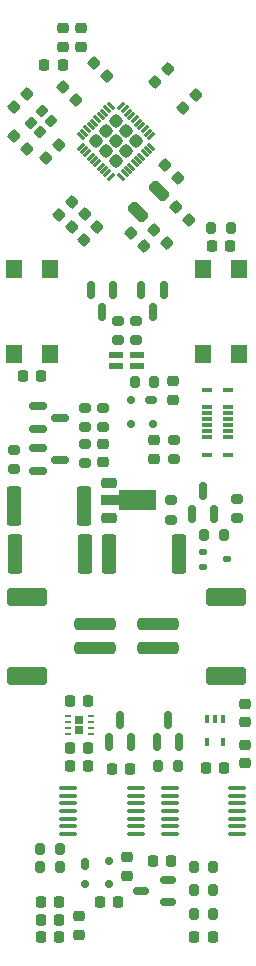
<source format=gtp>
%TF.GenerationSoftware,KiCad,Pcbnew,9.0.3-9.0.3-0~ubuntu24.04.1*%
%TF.CreationDate,2025-08-01T15:49:40+02:00*%
%TF.ProjectId,PHF000 - Node,50484630-3030-4202-9d20-4e6f64652e6b,rev?*%
%TF.SameCoordinates,Original*%
%TF.FileFunction,Paste,Top*%
%TF.FilePolarity,Positive*%
%FSLAX46Y46*%
G04 Gerber Fmt 4.6, Leading zero omitted, Abs format (unit mm)*
G04 Created by KiCad (PCBNEW 9.0.3-9.0.3-0~ubuntu24.04.1) date 2025-08-01 15:49:40*
%MOMM*%
%LPD*%
G01*
G04 APERTURE LIST*
G04 Aperture macros list*
%AMRoundRect*
0 Rectangle with rounded corners*
0 $1 Rounding radius*
0 $2 $3 $4 $5 $6 $7 $8 $9 X,Y pos of 4 corners*
0 Add a 4 corners polygon primitive as box body*
4,1,4,$2,$3,$4,$5,$6,$7,$8,$9,$2,$3,0*
0 Add four circle primitives for the rounded corners*
1,1,$1+$1,$2,$3*
1,1,$1+$1,$4,$5*
1,1,$1+$1,$6,$7*
1,1,$1+$1,$8,$9*
0 Add four rect primitives between the rounded corners*
20,1,$1+$1,$2,$3,$4,$5,0*
20,1,$1+$1,$4,$5,$6,$7,0*
20,1,$1+$1,$6,$7,$8,$9,0*
20,1,$1+$1,$8,$9,$2,$3,0*%
%AMFreePoly0*
4,1,9,3.862500,-0.866500,0.737500,-0.866500,0.737500,-0.450000,-0.737500,-0.450000,-0.737500,0.450000,0.737500,0.450000,0.737500,0.866500,3.862500,0.866500,3.862500,-0.866500,3.862500,-0.866500,$1*%
G04 Aperture macros list end*
%ADD10RoundRect,0.200000X-0.275000X0.200000X-0.275000X-0.200000X0.275000X-0.200000X0.275000X0.200000X0*%
%ADD11RoundRect,0.250000X-1.500000X0.250000X-1.500000X-0.250000X1.500000X-0.250000X1.500000X0.250000X0*%
%ADD12RoundRect,0.250001X-1.449999X0.499999X-1.449999X-0.499999X1.449999X-0.499999X1.449999X0.499999X0*%
%ADD13RoundRect,0.225000X0.225000X0.250000X-0.225000X0.250000X-0.225000X-0.250000X0.225000X-0.250000X0*%
%ADD14RoundRect,0.150000X0.150000X-0.587500X0.150000X0.587500X-0.150000X0.587500X-0.150000X-0.587500X0*%
%ADD15RoundRect,0.225000X0.335876X0.017678X0.017678X0.335876X-0.335876X-0.017678X-0.017678X-0.335876X0*%
%ADD16RoundRect,0.150000X-0.150000X0.587500X-0.150000X-0.587500X0.150000X-0.587500X0.150000X0.587500X0*%
%ADD17RoundRect,0.225000X-0.017678X0.335876X-0.335876X0.017678X0.017678X-0.335876X0.335876X-0.017678X0*%
%ADD18R,1.200000X0.600000*%
%ADD19RoundRect,0.250000X-0.362500X-1.425000X0.362500X-1.425000X0.362500X1.425000X-0.362500X1.425000X0*%
%ADD20RoundRect,0.225000X-0.225000X-0.250000X0.225000X-0.250000X0.225000X0.250000X-0.225000X0.250000X0*%
%ADD21RoundRect,0.150000X0.512500X0.150000X-0.512500X0.150000X-0.512500X-0.150000X0.512500X-0.150000X0*%
%ADD22RoundRect,0.200000X-0.035355X-0.318198X0.318198X0.035355X0.035355X0.318198X-0.318198X-0.035355X0*%
%ADD23RoundRect,0.225000X0.250000X-0.225000X0.250000X0.225000X-0.250000X0.225000X-0.250000X-0.225000X0*%
%ADD24RoundRect,0.250000X1.500000X-0.250000X1.500000X0.250000X-1.500000X0.250000X-1.500000X-0.250000X0*%
%ADD25RoundRect,0.250001X1.449999X-0.499999X1.449999X0.499999X-1.449999X0.499999X-1.449999X-0.499999X0*%
%ADD26RoundRect,0.100000X-0.100000X0.225000X-0.100000X-0.225000X0.100000X-0.225000X0.100000X0.225000X0*%
%ADD27RoundRect,0.112500X-0.237500X0.112500X-0.237500X-0.112500X0.237500X-0.112500X0.237500X0.112500X0*%
%ADD28RoundRect,0.225000X-0.250000X0.225000X-0.250000X-0.225000X0.250000X-0.225000X0.250000X0.225000X0*%
%ADD29RoundRect,0.218750X0.218750X0.256250X-0.218750X0.256250X-0.218750X-0.256250X0.218750X-0.256250X0*%
%ADD30RoundRect,0.200000X0.275000X-0.200000X0.275000X0.200000X-0.275000X0.200000X-0.275000X-0.200000X0*%
%ADD31RoundRect,0.225000X-0.335876X-0.017678X-0.017678X-0.335876X0.335876X0.017678X0.017678X0.335876X0*%
%ADD32RoundRect,0.200000X0.200000X0.275000X-0.200000X0.275000X-0.200000X-0.275000X0.200000X-0.275000X0*%
%ADD33RoundRect,0.175000X-0.175000X-0.325000X0.175000X-0.325000X0.175000X0.325000X-0.175000X0.325000X0*%
%ADD34RoundRect,0.150000X-0.200000X-0.150000X0.200000X-0.150000X0.200000X0.150000X-0.200000X0.150000X0*%
%ADD35RoundRect,0.225000X0.017678X-0.335876X0.335876X-0.017678X-0.017678X0.335876X-0.335876X0.017678X0*%
%ADD36RoundRect,0.250000X0.282843X-0.636396X0.636396X-0.282843X-0.282843X0.636396X-0.636396X0.282843X0*%
%ADD37R,0.870000X0.300000*%
%ADD38RoundRect,0.100000X-0.637500X-0.100000X0.637500X-0.100000X0.637500X0.100000X-0.637500X0.100000X0*%
%ADD39R,0.750000X0.650000*%
%ADD40RoundRect,0.062500X-0.187500X-0.062500X0.187500X-0.062500X0.187500X0.062500X-0.187500X0.062500X0*%
%ADD41RoundRect,0.175000X-0.325000X0.175000X-0.325000X-0.175000X0.325000X-0.175000X0.325000X0.175000X0*%
%ADD42RoundRect,0.150000X-0.150000X0.200000X-0.150000X-0.200000X0.150000X-0.200000X0.150000X0.200000X0*%
%ADD43RoundRect,0.200000X-0.200000X-0.275000X0.200000X-0.275000X0.200000X0.275000X-0.200000X0.275000X0*%
%ADD44RoundRect,0.150000X-0.587500X-0.150000X0.587500X-0.150000X0.587500X0.150000X-0.587500X0.150000X0*%
%ADD45R,1.400000X1.600000*%
%ADD46RoundRect,0.242500X0.342947X0.000000X0.000000X0.342947X-0.342947X0.000000X0.000000X-0.342947X0*%
%ADD47RoundRect,0.062500X0.291682X-0.203293X-0.203293X0.291682X-0.291682X0.203293X0.203293X-0.291682X0*%
%ADD48RoundRect,0.062500X0.291682X0.203293X0.203293X0.291682X-0.291682X-0.203293X-0.203293X-0.291682X0*%
%ADD49RoundRect,0.218750X0.256250X-0.218750X0.256250X0.218750X-0.256250X0.218750X-0.256250X-0.218750X0*%
%ADD50RoundRect,0.225000X-0.425000X-0.225000X0.425000X-0.225000X0.425000X0.225000X-0.425000X0.225000X0*%
%ADD51FreePoly0,0.000000*%
G04 APERTURE END LIST*
D10*
%TO.C,R8*%
X90462500Y-76225001D03*
X90462500Y-77875001D03*
%TD*%
D11*
%TO.C,J2*%
X97350000Y-91000000D03*
X97350000Y-93000000D03*
D12*
X91600000Y-88650000D03*
X91600000Y-95350000D03*
%TD*%
D13*
%TO.C,L2*%
X94275000Y-114500000D03*
X92725000Y-114500000D03*
%TD*%
D14*
%TO.C,Q2*%
X102550000Y-101000000D03*
X104450000Y-101000000D03*
X103500000Y-99124999D03*
%TD*%
D15*
%TO.C,C8*%
X91531713Y-50767247D03*
X90435697Y-49671231D03*
%TD*%
D16*
%TO.C,Q7*%
X103150000Y-62662500D03*
X101250000Y-62662500D03*
X102200000Y-64537501D03*
%TD*%
D10*
%TO.C,R11*%
X96500000Y-72675000D03*
X96500000Y-74325000D03*
%TD*%
D17*
%TO.C,C4*%
X97526688Y-57330167D03*
X96430672Y-58426183D03*
%TD*%
D18*
%TO.C,D3*%
X99100000Y-69149999D03*
X100900000Y-69149999D03*
X100900000Y-68199999D03*
X99100000Y-68199999D03*
%TD*%
D17*
%TO.C,C15*%
X94299480Y-50403464D03*
X93203464Y-51499480D03*
%TD*%
D19*
%TO.C,R7*%
X90500000Y-81000001D03*
X96425000Y-81000001D03*
%TD*%
D13*
%TO.C,C24*%
X92775000Y-70000000D03*
X91225000Y-70000000D03*
%TD*%
D20*
%TO.C,C30*%
X102225000Y-111000000D03*
X103775000Y-111000000D03*
%TD*%
D21*
%TO.C,Q8*%
X103500000Y-114500000D03*
X103500000Y-112600000D03*
X101225000Y-113550000D03*
%TD*%
D17*
%TO.C,C9*%
X96466027Y-56269506D03*
X95370011Y-57365522D03*
%TD*%
D16*
%TO.C,Q6*%
X98850000Y-62662500D03*
X96950000Y-62662500D03*
X97900000Y-64537501D03*
%TD*%
D13*
%TO.C,C18*%
X94575000Y-43600000D03*
X93025000Y-43600000D03*
%TD*%
D22*
%TO.C,Y2*%
X92645406Y-49335355D03*
X93635355Y-48345406D03*
X92857538Y-47567589D03*
X91867589Y-48557538D03*
%TD*%
D14*
%TO.C,Q1*%
X98487500Y-100937500D03*
X100387500Y-100937500D03*
X99437500Y-99062499D03*
%TD*%
D23*
%TO.C,C35*%
X110000000Y-102775001D03*
X110000000Y-101225001D03*
%TD*%
D10*
%TO.C,R6*%
X103800000Y-80475000D03*
X103800000Y-82125000D03*
%TD*%
D13*
%TO.C,C26*%
X99275000Y-114500000D03*
X97725000Y-114500000D03*
%TD*%
D24*
%TO.C,J1*%
X102650000Y-93000000D03*
X102650000Y-91000000D03*
D25*
X108400000Y-95350000D03*
X108400000Y-88650000D03*
%TD*%
D26*
%TO.C,IC1*%
X108150000Y-99050000D03*
X107500000Y-99050000D03*
X106850000Y-99050000D03*
X106850000Y-100950000D03*
X108150000Y-100950000D03*
%TD*%
D27*
%TO.C,D2*%
X106462500Y-84850001D03*
X106462500Y-86150001D03*
X108462500Y-85500001D03*
%TD*%
D28*
%TO.C,C27*%
X96000000Y-115725000D03*
X96000000Y-117275000D03*
%TD*%
D29*
%TO.C,L3*%
X107287500Y-117500000D03*
X105712500Y-117500000D03*
%TD*%
D15*
%TO.C,C20*%
X95699480Y-46599479D03*
X94603464Y-45503463D03*
%TD*%
D30*
%TO.C,R3*%
X104000000Y-77000000D03*
X104000000Y-75350000D03*
%TD*%
D31*
%TO.C,C3*%
X104203464Y-55703464D03*
X105299480Y-56799480D03*
%TD*%
D13*
%TO.C,C12*%
X96775000Y-103000000D03*
X95225000Y-103000000D03*
%TD*%
%TO.C,C32*%
X108275000Y-103180000D03*
X106725000Y-103180000D03*
%TD*%
D32*
%TO.C,R17*%
X107325000Y-111500000D03*
X105675000Y-111500000D03*
%TD*%
D13*
%TO.C,C10*%
X96775000Y-101500000D03*
X95225000Y-101500000D03*
%TD*%
%TO.C,C33*%
X100275000Y-103255000D03*
X98725000Y-103255000D03*
%TD*%
D32*
%TO.C,R22*%
X94325000Y-111500000D03*
X92675000Y-111500000D03*
%TD*%
D33*
%TO.C,D4*%
X96500000Y-111250000D03*
D34*
X96500000Y-112950000D03*
X98500000Y-112950000D03*
X98500000Y-111050000D03*
%TD*%
D30*
%TO.C,R14*%
X100800000Y-66925000D03*
X100800000Y-65275000D03*
%TD*%
D10*
%TO.C,R10*%
X98000000Y-72675000D03*
X98000000Y-74325000D03*
%TD*%
D35*
%TO.C,C13*%
X102403464Y-45099480D03*
X103499480Y-44003464D03*
%TD*%
D13*
%TO.C,C23*%
X108775000Y-59000000D03*
X107225000Y-59000000D03*
%TD*%
D31*
%TO.C,C11*%
X103293464Y-52125520D03*
X104389480Y-53221536D03*
%TD*%
D36*
%TO.C,Y1*%
X100957588Y-56057411D03*
X102725354Y-54289645D03*
%TD*%
D17*
%TO.C,C6*%
X91531713Y-46135697D03*
X90435697Y-47231713D03*
%TD*%
D28*
%TO.C,C34*%
X110000000Y-97725000D03*
X110000000Y-99275000D03*
%TD*%
D20*
%TO.C,C29*%
X92725000Y-116000000D03*
X94275000Y-116000000D03*
%TD*%
D31*
%TO.C,C5*%
X102293464Y-57625520D03*
X103389480Y-58721536D03*
%TD*%
D37*
%TO.C,J3*%
X106835000Y-76622500D03*
X106835000Y-75122500D03*
X106835000Y-74622500D03*
X106835000Y-74122500D03*
X106835000Y-73622500D03*
X106835000Y-73122500D03*
X106835000Y-72622500D03*
X106835000Y-71122500D03*
X108565000Y-71122500D03*
X108565000Y-72622500D03*
X108565000Y-73122500D03*
X108565000Y-73622500D03*
X108565000Y-74122500D03*
X108565000Y-74622500D03*
X108565000Y-75122500D03*
X108565000Y-76622500D03*
%TD*%
D38*
%TO.C,U5*%
X103637500Y-104850000D03*
X103637500Y-105500000D03*
X103637500Y-106150000D03*
X103637500Y-106800000D03*
X103637500Y-107450000D03*
X103637500Y-108100000D03*
X103637500Y-108750000D03*
X109362500Y-108750000D03*
X109362500Y-108100000D03*
X109362500Y-107450000D03*
X109362500Y-106800000D03*
X109362500Y-106150000D03*
X109362500Y-105500000D03*
X109362500Y-104850000D03*
%TD*%
D35*
%TO.C,C16*%
X104751472Y-47251472D03*
X105847488Y-46155456D03*
%TD*%
D39*
%TO.C,U2*%
X96000000Y-99100000D03*
X96000000Y-99900000D03*
D40*
X95050000Y-98749999D03*
X95050000Y-99250000D03*
X95050000Y-99750000D03*
X95050000Y-100250001D03*
X96950000Y-100250001D03*
X96950000Y-99750000D03*
X96950000Y-99250000D03*
X96950000Y-98749999D03*
%TD*%
D19*
%TO.C,R19*%
X98500000Y-85000001D03*
X104425000Y-85000001D03*
%TD*%
D31*
%TO.C,C22*%
X100351992Y-57851992D03*
X101448008Y-58948008D03*
%TD*%
D41*
%TO.C,D1*%
X102050000Y-72000000D03*
D42*
X100350000Y-72000000D03*
X100350000Y-74000000D03*
X102250000Y-74000000D03*
%TD*%
D43*
%TO.C,R21*%
X92675000Y-110000000D03*
X94325000Y-110000000D03*
%TD*%
D32*
%TO.C,R4*%
X108225000Y-83400000D03*
X106575000Y-83400000D03*
%TD*%
D20*
%TO.C,C28*%
X92725000Y-117500000D03*
X94275000Y-117500000D03*
%TD*%
D44*
%TO.C,Q5*%
X92525000Y-76100001D03*
X92525000Y-78000001D03*
X94400001Y-77050001D03*
%TD*%
D23*
%TO.C,C1*%
X103900000Y-71975000D03*
X103900000Y-70425000D03*
%TD*%
D45*
%TO.C,SW2*%
X93500000Y-60900000D03*
X93500000Y-68100000D03*
X90500000Y-60900000D03*
X90500000Y-68100000D03*
%TD*%
D17*
%TO.C,C17*%
X95405367Y-55208846D03*
X94309351Y-56304862D03*
%TD*%
D10*
%TO.C,R9*%
X96500000Y-75725001D03*
X96500000Y-77375001D03*
%TD*%
D46*
%TO.C,U3*%
X99100000Y-51797056D03*
X99948528Y-50948528D03*
X100797056Y-50100000D03*
X98251472Y-50948528D03*
X99100000Y-50100000D03*
X99948528Y-49251472D03*
X97402944Y-50100000D03*
X98251472Y-49251472D03*
X99100000Y-48402944D03*
D47*
X99550781Y-53096365D03*
X99833623Y-52813522D03*
X100116466Y-52530680D03*
X100399309Y-52247837D03*
X100682151Y-51964994D03*
X100964994Y-51682151D03*
X101247837Y-51399309D03*
X101530680Y-51116466D03*
X101813522Y-50833623D03*
X102096365Y-50550781D03*
D48*
X102096365Y-49649219D03*
X101813522Y-49366377D03*
X101530680Y-49083534D03*
X101247837Y-48800691D03*
X100964994Y-48517849D03*
X100682151Y-48235006D03*
X100399309Y-47952163D03*
X100116466Y-47669320D03*
X99833623Y-47386478D03*
X99550781Y-47103635D03*
D47*
X98649219Y-47103635D03*
X98366377Y-47386478D03*
X98083534Y-47669320D03*
X97800691Y-47952163D03*
X97517849Y-48235006D03*
X97235006Y-48517849D03*
X96952163Y-48800691D03*
X96669320Y-49083534D03*
X96386478Y-49366377D03*
X96103635Y-49649219D03*
D48*
X96103635Y-50550781D03*
X96386478Y-50833623D03*
X96669320Y-51116466D03*
X96952163Y-51399309D03*
X97235006Y-51682151D03*
X97517849Y-51964994D03*
X97800691Y-52247837D03*
X98083534Y-52530680D03*
X98366377Y-52813522D03*
X98649219Y-53096365D03*
%TD*%
D43*
%TO.C,R15*%
X105675000Y-115500000D03*
X107325000Y-115500000D03*
%TD*%
D28*
%TO.C,C21*%
X96100000Y-40525000D03*
X96100000Y-42075000D03*
%TD*%
D15*
%TO.C,C19*%
X98348008Y-44548008D03*
X97251992Y-43451992D03*
%TD*%
D45*
%TO.C,SW1*%
X109500000Y-60900000D03*
X109500000Y-68100000D03*
X106500000Y-60900000D03*
X106500000Y-68100000D03*
%TD*%
D32*
%TO.C,R2*%
X102325000Y-70500000D03*
X100675000Y-70500000D03*
%TD*%
D38*
%TO.C,U4*%
X95037500Y-104850000D03*
X95037500Y-105500000D03*
X95037500Y-106150000D03*
X95037500Y-106800000D03*
X95037500Y-107450000D03*
X95037500Y-108100000D03*
X95037500Y-108750000D03*
X100762500Y-108750000D03*
X100762500Y-108100000D03*
X100762500Y-107450000D03*
X100762500Y-106800000D03*
X100762500Y-106150000D03*
X100762500Y-105500000D03*
X100762500Y-104850000D03*
%TD*%
D43*
%TO.C,R1*%
X102675000Y-103000000D03*
X104325000Y-103000000D03*
%TD*%
D32*
%TO.C,R16*%
X107325000Y-113500000D03*
X105675000Y-113500000D03*
%TD*%
D49*
%TO.C,L1*%
X94600000Y-42087501D03*
X94600000Y-40512499D03*
%TD*%
D28*
%TO.C,C7*%
X98000000Y-75725000D03*
X98000000Y-77275000D03*
%TD*%
D32*
%TO.C,R12*%
X108825000Y-57400000D03*
X107175000Y-57400000D03*
%TD*%
D44*
%TO.C,Q4*%
X92525000Y-72550001D03*
X92525000Y-74450001D03*
X94400001Y-73500001D03*
%TD*%
D23*
%TO.C,C31*%
X100000000Y-112275000D03*
X100000000Y-110725000D03*
%TD*%
D28*
%TO.C,C2*%
X102300000Y-75425000D03*
X102300000Y-76975000D03*
%TD*%
D30*
%TO.C,R13*%
X99300000Y-66925000D03*
X99300000Y-65275000D03*
%TD*%
D10*
%TO.C,R5*%
X109347500Y-80350000D03*
X109347500Y-82000000D03*
%TD*%
D50*
%TO.C,Q3*%
X98512500Y-79000001D03*
D51*
X98600001Y-80500001D03*
D50*
X98512500Y-82000001D03*
%TD*%
D13*
%TO.C,C14*%
X96775000Y-97500000D03*
X95225000Y-97500000D03*
%TD*%
D19*
%TO.C,R20*%
X90537500Y-85000000D03*
X96462500Y-85000000D03*
%TD*%
D14*
%TO.C,U1*%
X105512500Y-81612501D03*
X107412500Y-81612501D03*
X106462500Y-79737500D03*
%TD*%
M02*

</source>
